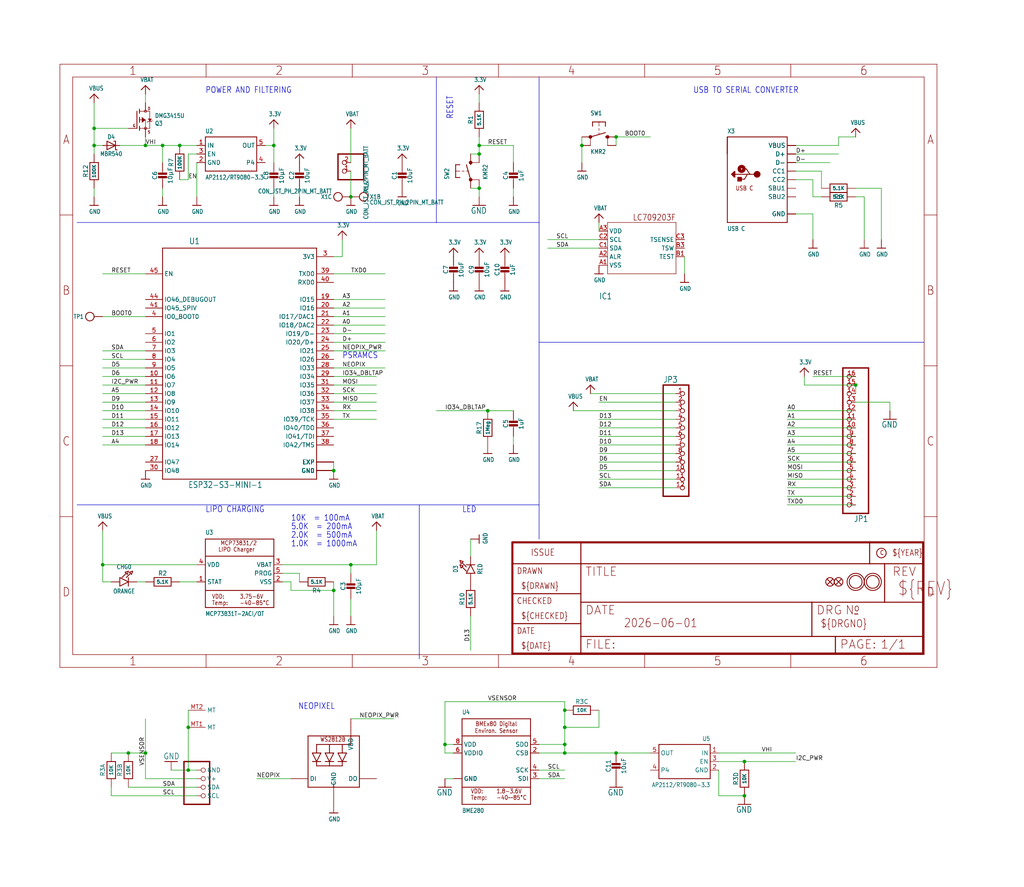
<source format=kicad_sch>
(kicad_sch (version 20231120) (generator "eeschema") (generator_version "8.0")
  (paper "User" 303.962 263.246)
  (junction (at 27.94 43.18))
  (junction (at 81.28 43.18))
  (junction (at 167.64 220.98))
  (junction (at 254 114.3))
  (junction (at 132.08 220.98))
  (junction (at 167.64 210.82))
  (junction (at 142.24 43.18))
  (junction (at 104.14 167.64))
  (junction (at 142.24 55.88))
  (junction (at 220.98 226.06))
  (junction (at 182.88 40.64))
  (junction (at 104.14 58.42))
  (junction (at 99.06 139.7))
  (junction (at 30.48 167.64))
  (junction (at 53.34 43.18))
  (junction (at 27.94 38.1))
  (junction (at 55.88 215.9))
  (junction (at 220.98 236.22))
  (junction (at 142.24 45.72))
  (junction (at 55.88 228.6))
  (junction (at 38.1 223.52))
  (junction (at 43.18 223.52))
  (junction (at 172.72 43.18))
  (junction (at 48.26 43.18))
  (junction (at 144.78 121.92))
  (junction (at 43.18 43.18))
  (junction (at 182.88 223.52))
  (junction (at 167.64 215.9))
  (junction (at 99.06 175.26))
  (junction (at 167.64 223.52))
  (wire (pts (xy 162.56 73.66) (xy 177.8 73.66)) (stroke (width 0.1524)))
  (wire (pts (xy 104.14 177.8) (xy 104.14 182.88)) (stroke (width 0.1524)))
  (wire (pts (xy 264.16 119.38) (xy 264.16 121.92)) (stroke (width 0.1524)))
  (wire (pts (xy 254 116.84) (xy 254 114.3)) (stroke (width 0.1524)))
  (wire (pts (xy 200.66 121.92) (xy 170.18 121.92)) (stroke (width 0.1524)))
  (wire (pts (xy 43.18 132.08) (xy 30.48 132.08)) (stroke (width 0.1524)))
  (wire (pts (xy 78.74 43.18) (xy 81.28 43.18)) (stroke (width 0.1524)))
  (wire (pts (xy 139.7 182.88) (xy 139.7 193.04)) (stroke (width 0.1524)))
  (wire (pts (xy 81.28 48.26) (xy 81.28 43.18)) (stroke (width 0.1524)))
  (wire (pts (xy 43.18 43.18) (xy 48.26 43.18)) (stroke (width 0.1524)))
  (wire (pts (xy 241.3 53.34) (xy 241.3 58.42)) (stroke (width 0.1524)))
  (wire (pts (xy 256.54 58.42) (xy 256.54 71.12)) (stroke (width 0.1524)))
  (wire (pts (xy 200.66 124.46) (xy 177.8 124.46)) (stroke (width 0.1524)))
  (wire (pts (xy 43.18 119.38) (xy 30.48 119.38)) (stroke (width 0.1524)))
  (wire (pts (xy 58.42 233.68) (xy 38.1 233.68)) (stroke (width 0.1524)))
  (polyline (pts (xy 129.54 66.04) (xy 129.54 22.86)) (stroke (width 0.1524) (type solid)))
  (wire (pts (xy 104.14 58.42) (xy 104.14 50.8)) (stroke (width 0.1524)))
  (wire (pts (xy 167.64 208.28) (xy 167.64 210.82)) (stroke (width 0.1524)))
  (wire (pts (xy 160.02 231.14) (xy 167.64 231.14)) (stroke (width 0.1524)))
  (wire (pts (xy 172.72 40.64) (xy 172.72 43.18)) (stroke (width 0.1524)))
  (wire (pts (xy 238.76 111.76) (xy 238.76 114.3)) (stroke (width 0.1524)))
  (wire (pts (xy 152.4 121.92) (xy 144.78 121.92)) (stroke (width 0.1524)))
  (wire (pts (xy 30.48 167.64) (xy 58.42 167.64)) (stroke (width 0.1524)))
  (wire (pts (xy 88.9 170.18) (xy 88.9 172.72)) (stroke (width 0.1524)))
  (wire (pts (xy 99.06 111.76) (xy 111.76 111.76)) (stroke (width 0.1524)))
  (wire (pts (xy 48.26 55.88) (xy 48.26 58.42)) (stroke (width 0.1524)))
  (wire (pts (xy 152.4 58.42) (xy 152.4 55.88)) (stroke (width 0.1524)))
  (wire (pts (xy 104.14 38.1) (xy 104.14 48.26)) (stroke (width 0.1524)))
  (wire (pts (xy 43.18 124.46) (xy 30.48 124.46)) (stroke (width 0.1524)))
  (wire (pts (xy 236.22 43.18) (xy 248.92 43.18)) (stroke (width 0.1524)))
  (wire (pts (xy 139.7 55.88) (xy 142.24 55.88)) (stroke (width 0.1524)))
  (wire (pts (xy 132.08 220.98) (xy 132.08 208.28)) (stroke (width 0.1524)))
  (wire (pts (xy 38.1 38.1) (xy 27.94 38.1)) (stroke (width 0.1524)))
  (wire (pts (xy 30.48 43.18) (xy 27.94 43.18)) (stroke (width 0.1524)))
  (wire (pts (xy 43.18 129.54) (xy 30.48 129.54)) (stroke (width 0.1524)))
  (wire (pts (xy 43.18 81.28) (xy 30.48 81.28)) (stroke (width 0.1524)))
  (wire (pts (xy 104.14 170.18) (xy 104.14 167.64)) (stroke (width 0.1524)))
  (wire (pts (xy 213.36 228.6) (xy 213.36 236.22)) (stroke (width 0.1524)))
  (wire (pts (xy 167.64 223.52) (xy 182.88 223.52)) (stroke (width 0.1524)))
  (polyline (pts (xy 124.46 149.86) (xy 22.86 149.86)) (stroke (width 0.1524) (type solid)))
  (wire (pts (xy 160.02 223.52) (xy 167.64 223.52)) (stroke (width 0.1524)))
  (wire (pts (xy 99.06 104.14) (xy 114.3 104.14)) (stroke (width 0.1524)))
  (wire (pts (xy 43.18 40.64) (xy 43.18 43.18)) (stroke (width 0.1524)))
  (wire (pts (xy 254 111.76) (xy 241.3 111.76)) (stroke (width 0.1524)))
  (wire (pts (xy 243.84 50.8) (xy 243.84 55.88)) (stroke (width 0.1524)))
  (wire (pts (xy 48.26 43.18) (xy 48.26 48.26)) (stroke (width 0.1524)))
  (wire (pts (xy 104.14 213.36) (xy 116.84 213.36)) (stroke (width 0.1524)))
  (wire (pts (xy 81.28 43.18) (xy 81.28 38.1)) (stroke (width 0.1524)))
  (wire (pts (xy 99.06 76.2) (xy 101.6 76.2)) (stroke (width 0.1524)))
  (wire (pts (xy 55.88 228.6) (xy 50.8 228.6)) (stroke (width 0.1524)))
  (wire (pts (xy 55.88 45.72) (xy 58.42 45.72)) (stroke (width 0.1524)))
  (wire (pts (xy 152.4 132.08) (xy 152.4 129.54)) (stroke (width 0.1524)))
  (wire (pts (xy 43.18 116.84) (xy 30.48 116.84)) (stroke (width 0.1524)))
  (wire (pts (xy 33.02 172.72) (xy 30.48 172.72)) (stroke (width 0.1524)))
  (wire (pts (xy 177.8 127) (xy 200.66 127)) (stroke (width 0.1524)))
  (wire (pts (xy 144.78 121.92) (xy 129.54 121.92)) (stroke (width 0.1524)))
  (polyline (pts (xy 160.02 66.04) (xy 129.54 66.04)) (stroke (width 0.1524) (type solid)))
  (polyline (pts (xy 160.02 160.02) (xy 160.02 149.86)) (stroke (width 0.1524) (type solid)))
  (wire (pts (xy 177.8 210.82) (xy 177.8 215.9)) (stroke (width 0.1524)))
  (wire (pts (xy 88.9 55.88) (xy 88.9 58.42)) (stroke (width 0.1524)))
  (wire (pts (xy 203.2 81.28) (xy 203.2 76.2)) (stroke (width 0.1524)))
  (wire (pts (xy 241.3 63.5) (xy 241.3 71.12)) (stroke (width 0.1524)))
  (polyline (pts (xy 160.02 149.86) (xy 160.02 101.6)) (stroke (width 0.1524) (type solid)))
  (wire (pts (xy 132.08 208.28) (xy 167.64 208.28)) (stroke (width 0.1524)))
  (wire (pts (xy 99.06 119.38) (xy 111.76 119.38)) (stroke (width 0.1524)))
  (wire (pts (xy 177.8 132.08) (xy 200.66 132.08)) (stroke (width 0.1524)))
  (wire (pts (xy 99.06 137.16) (xy 99.06 139.7)) (stroke (width 0.1524)))
  (wire (pts (xy 43.18 109.22) (xy 30.48 109.22)) (stroke (width 0.1524)))
  (wire (pts (xy 139.7 165.1) (xy 139.7 160.02)) (stroke (width 0.1524)))
  (wire (pts (xy 30.48 121.92) (xy 43.18 121.92)) (stroke (width 0.1524)))
  (wire (pts (xy 99.06 116.84) (xy 111.76 116.84)) (stroke (width 0.1524)))
  (wire (pts (xy 55.88 210.82) (xy 55.88 215.9)) (stroke (width 0.1524)))
  (wire (pts (xy 177.8 215.9) (xy 167.64 215.9)) (stroke (width 0.1524)))
  (wire (pts (xy 53.34 43.18) (xy 48.26 43.18)) (stroke (width 0.1524)))
  (wire (pts (xy 99.06 93.98) (xy 114.3 93.98)) (stroke (width 0.1524)))
  (wire (pts (xy 58.42 48.26) (xy 58.42 58.42)) (stroke (width 0.1524)))
  (polyline (pts (xy 160.02 149.86) (xy 124.46 149.86)) (stroke (width 0.1524) (type solid)))
  (wire (pts (xy 254 121.92) (xy 233.68 121.92)) (stroke (width 0.1524)))
  (wire (pts (xy 43.18 27.94) (xy 43.18 30.48)) (stroke (width 0.1524)))
  (wire (pts (xy 193.04 223.52) (xy 182.88 223.52)) (stroke (width 0.1524)))
  (wire (pts (xy 99.06 114.3) (xy 111.76 114.3)) (stroke (width 0.1524)))
  (wire (pts (xy 30.48 172.72) (xy 30.48 167.64)) (stroke (width 0.1524)))
  (polyline (pts (xy 160.02 66.04) (xy 160.02 22.86)) (stroke (width 0.1524) (type solid)))
  (wire (pts (xy 30.48 157.48) (xy 30.48 167.64)) (stroke (width 0.1524)))
  (wire (pts (xy 238.76 114.3) (xy 254 114.3)) (stroke (width 0.1524)))
  (wire (pts (xy 38.1 223.52) (xy 43.18 223.52)) (stroke (width 0.1524)))
  (wire (pts (xy 142.24 55.88) (xy 142.24 58.42)) (stroke (width 0.1524)))
  (wire (pts (xy 99.06 91.44) (xy 114.3 91.44)) (stroke (width 0.1524)))
  (wire (pts (xy 182.88 40.64) (xy 193.04 40.64)) (stroke (width 0.1524)))
  (wire (pts (xy 200.66 139.7) (xy 177.8 139.7)) (stroke (width 0.1524)))
  (wire (pts (xy 33.02 236.22) (xy 33.02 233.68)) (stroke (width 0.1524)))
  (wire (pts (xy 27.94 43.18) (xy 27.94 38.1)) (stroke (width 0.1524)))
  (wire (pts (xy 254 127) (xy 233.68 127)) (stroke (width 0.1524)))
  (polyline (pts (xy 124.46 149.86) (xy 124.46 195.58)) (stroke (width 0.1524) (type solid)))
  (wire (pts (xy 134.62 223.52) (xy 132.08 223.52)) (stroke (width 0.1524)))
  (wire (pts (xy 132.08 231.14) (xy 134.62 231.14)) (stroke (width 0.1524)))
  (wire (pts (xy 177.8 134.62) (xy 200.66 134.62)) (stroke (width 0.1524)))
  (wire (pts (xy 254 58.42) (xy 256.54 58.42)) (stroke (width 0.1524)))
  (wire (pts (xy 27.94 45.72) (xy 27.94 43.18)) (stroke (width 0.1524)))
  (wire (pts (xy 99.06 172.72) (xy 99.06 175.26)) (stroke (width 0.1524)))
  (wire (pts (xy 53.34 53.34) (xy 55.88 53.34)) (stroke (width 0.1524)))
  (wire (pts (xy 254 55.88) (xy 261.62 55.88)) (stroke (width 0.1524)))
  (wire (pts (xy 236.22 53.34) (xy 241.3 53.34)) (stroke (width 0.1524)))
  (wire (pts (xy 86.36 172.72) (xy 86.36 175.26)) (stroke (width 0.1524)))
  (wire (pts (xy 233.68 147.32) (xy 254 147.32)) (stroke (width 0.1524)))
  (polyline (pts (xy 22.86 66.04) (xy 129.54 66.04)) (stroke (width 0.1524) (type solid)))
  (wire (pts (xy 254 144.78) (xy 233.68 144.78)) (stroke (width 0.1524)))
  (wire (pts (xy 248.92 43.18) (xy 248.92 40.64)) (stroke (width 0.1524)))
  (wire (pts (xy 30.48 111.76) (xy 43.18 111.76)) (stroke (width 0.1524)))
  (wire (pts (xy 35.56 43.18) (xy 43.18 43.18)) (stroke (width 0.1524)))
  (wire (pts (xy 160.02 228.6) (xy 167.64 228.6)) (stroke (width 0.1524)))
  (wire (pts (xy 99.06 81.28) (xy 114.3 81.28)) (stroke (width 0.1524)))
  (wire (pts (xy 177.8 144.78) (xy 200.66 144.78)) (stroke (width 0.1524)))
  (wire (pts (xy 254 134.62) (xy 233.68 134.62)) (stroke (width 0.1524)))
  (wire (pts (xy 254 137.16) (xy 233.68 137.16)) (stroke (width 0.1524)))
  (wire (pts (xy 233.68 142.24) (xy 254 142.24)) (stroke (width 0.1524)))
  (wire (pts (xy 241.3 63.5) (xy 236.22 63.5)) (stroke (width 0.1524)))
  (wire (pts (xy 43.18 231.14) (xy 58.42 231.14)) (stroke (width 0.1524)))
  (wire (pts (xy 83.82 170.18) (xy 88.9 170.18)) (stroke (width 0.1524)))
  (wire (pts (xy 99.06 88.9) (xy 114.3 88.9)) (stroke (width 0.1524)))
  (wire (pts (xy 132.08 223.52) (xy 132.08 220.98)) (stroke (width 0.1524)))
  (wire (pts (xy 86.36 175.26) (xy 99.06 175.26)) (stroke (width 0.1524)))
  (wire (pts (xy 142.24 40.64) (xy 142.24 43.18)) (stroke (width 0.1524)))
  (wire (pts (xy 55.88 228.6) (xy 58.42 228.6)) (stroke (width 0.1524)))
  (wire (pts (xy 27.94 38.1) (xy 27.94 30.48)) (stroke (width 0.1524)))
  (wire (pts (xy 254 124.46) (xy 233.68 124.46)) (stroke (width 0.1524)))
  (wire (pts (xy 160.02 220.98) (xy 167.64 220.98)) (stroke (width 0.1524)))
  (wire (pts (xy 81.28 55.88) (xy 81.28 58.42)) (stroke (width 0.1524)))
  (wire (pts (xy 172.72 43.18) (xy 172.72 48.26)) (stroke (width 0.1524)))
  (wire (pts (xy 99.06 101.6) (xy 114.3 101.6)) (stroke (width 0.1524)))
  (wire (pts (xy 177.8 119.38) (xy 200.66 119.38)) (stroke (width 0.1524)))
  (wire (pts (xy 241.3 58.42) (xy 243.84 58.42)) (stroke (width 0.1524)))
  (wire (pts (xy 104.14 167.64) (xy 111.76 167.64)) (stroke (width 0.1524)))
  (wire (pts (xy 43.18 114.3) (xy 30.48 114.3)) (stroke (width 0.1524)))
  (wire (pts (xy 99.06 109.22) (xy 114.3 109.22)) (stroke (width 0.1524)))
  (wire (pts (xy 177.8 71.12) (xy 162.56 71.12)) (stroke (width 0.1524)))
  (wire (pts (xy 58.42 236.22) (xy 33.02 236.22)) (stroke (width 0.1524)))
  (wire (pts (xy 200.66 142.24) (xy 177.8 142.24)) (stroke (width 0.1524)))
  (wire (pts (xy 83.82 167.64) (xy 104.14 167.64)) (stroke (width 0.1524)))
  (wire (pts (xy 40.64 172.72) (xy 43.18 172.72)) (stroke (width 0.1524)))
  (wire (pts (xy 99.06 96.52) (xy 114.3 96.52)) (stroke (width 0.1524)))
  (wire (pts (xy 152.4 48.26) (xy 152.4 43.18)) (stroke (width 0.1524)))
  (wire (pts (xy 182.88 40.64) (xy 182.88 43.18)) (stroke (width 0.1524)))
  (wire (pts (xy 86.36 231.14) (xy 76.2 231.14)) (stroke (width 0.1524)))
  (wire (pts (xy 213.36 236.22) (xy 220.98 236.22)) (stroke (width 0.1524)))
  (wire (pts (xy 248.92 40.64) (xy 254 40.64)) (stroke (width 0.1524)))
  (wire (pts (xy 254 139.7) (xy 233.68 139.7)) (stroke (width 0.1524)))
  (wire (pts (xy 175.26 116.84) (xy 200.66 116.84)) (stroke (width 0.1524)))
  (wire (pts (xy 111.76 124.46) (xy 99.06 124.46)) (stroke (width 0.1524)))
  (wire (pts (xy 30.48 127) (xy 43.18 127)) (stroke (width 0.1524)))
  (wire (pts (xy 142.24 27.94) (xy 142.24 30.48)) (stroke (width 0.1524)))
  (wire (pts (xy 236.22 223.52) (xy 213.36 223.52)) (stroke (width 0.1524)))
  (wire (pts (xy 200.66 129.54) (xy 177.8 129.54)) (stroke (width 0.1524)))
  (wire (pts (xy 261.62 55.88) (xy 261.62 71.12)) (stroke (width 0.1524)))
  (wire (pts (xy 220.98 226.06) (xy 213.36 226.06)) (stroke (width 0.1524)))
  (wire (pts (xy 236.22 45.72) (xy 248.92 45.72)) (stroke (width 0.1524)))
  (wire (pts (xy 99.06 99.06) (xy 114.3 99.06)) (stroke (width 0.1524)))
  (wire (pts (xy 55.88 215.9) (xy 55.88 228.6)) (stroke (width 0.1524)))
  (polyline (pts (xy 274.32 101.6) (xy 160.02 101.6)) (stroke (width 0.1524) (type solid)))
  (wire (pts (xy 43.18 106.68) (xy 30.48 106.68)) (stroke (width 0.1524)))
  (wire (pts (xy 101.6 76.2) (xy 101.6 71.12)) (stroke (width 0.1524)))
  (wire (pts (xy 99.06 121.92) (xy 111.76 121.92)) (stroke (width 0.1524)))
  (wire (pts (xy 142.24 43.18) (xy 152.4 43.18)) (stroke (width 0.1524)))
  (wire (pts (xy 254 149.86) (xy 233.68 149.86)) (stroke (width 0.1524)))
  (wire (pts (xy 142.24 45.72) (xy 139.7 45.72)) (stroke (width 0.1524)))
  (wire (pts (xy 99.06 175.26) (xy 99.06 182.88)) (stroke (width 0.1524)))
  (wire (pts (xy 58.42 43.18) (xy 53.34 43.18)) (stroke (width 0.1524)))
  (wire (pts (xy 55.88 53.34) (xy 55.88 45.72)) (stroke (width 0.1524)))
  (wire (pts (xy 233.68 129.54) (xy 254 129.54)) (stroke (width 0.1524)))
  (wire (pts (xy 43.18 223.52) (xy 43.18 213.36)) (stroke (width 0.1524)))
  (wire (pts (xy 134.62 220.98) (xy 132.08 220.98)) (stroke (width 0.1524)))
  (wire (pts (xy 27.94 58.42) (xy 27.94 55.88)) (stroke (width 0.1524)))
  (wire (pts (xy 111.76 157.48) (xy 111.76 167.64)) (stroke (width 0.1524)))
  (wire (pts (xy 220.98 226.06) (xy 236.22 226.06)) (stroke (width 0.1524)))
  (wire (pts (xy 177.8 137.16) (xy 200.66 137.16)) (stroke (width 0.1524)))
  (wire (pts (xy 83.82 172.72) (xy 86.36 172.72)) (stroke (width 0.1524)))
  (wire (pts (xy 33.02 223.52) (xy 38.1 223.52)) (stroke (width 0.1524)))
  (wire (pts (xy 236.22 50.8) (xy 243.84 50.8)) (stroke (width 0.1524)))
  (wire (pts (xy 53.34 172.72) (xy 58.42 172.72)) (stroke (width 0.1524)))
  (wire (pts (xy 43.18 93.98) (xy 30.48 93.98)) (stroke (width 0.1524)))
  (wire (pts (xy 30.48 104.14) (xy 43.18 104.14)) (stroke (width 0.1524)))
  (wire (pts (xy 167.64 210.82) (xy 167.64 215.9)) (stroke (width 0.1524)))
  (wire (pts (xy 167.64 215.9) (xy 167.64 220.98)) (stroke (width 0.1524)))
  (wire (pts (xy 167.64 220.98) (xy 167.64 223.52)) (stroke (width 0.1524)))
  (wire (pts (xy 236.22 48.26) (xy 246.38 48.26)) (stroke (width 0.1524)))
  (polyline (pts (xy 160.02 101.6) (xy 160.02 66.04)) (stroke (width 0.1524) (type solid)))
  (wire (pts (xy 142.24 43.18) (xy 142.24 45.72)) (stroke (width 0.1524)))
  (wire (pts (xy 177.8 66.04) (xy 177.8 68.58)) (stroke (width 0.1524)))
  (wire (pts (xy 43.18 231.14) (xy 43.18 223.52)) (stroke (width 0.1524)))
  (wire (pts (xy 254 132.08) (xy 233.68 132.08)) (stroke (width 0.1524)))
  (wire (pts (xy 254 119.38) (xy 264.16 119.38)) (stroke (width 0.1524)))
  (text "2.0K  = 500mA" (at 86.36 160.02 0) (effects (font (size 1.778 1.5113)) (justify left bottom)))
  (text "POWER AND FILTERING" (at 60.96 27.94 0) (effects (font (size 1.778 1.5113)) (justify left bottom)))
  (text "5.0K  = 200mA" (at 86.36 157.48 0) (effects (font (size 1.778 1.5113)) (justify left bottom)))
  (text "RESET" (at 134.62 35.56 90) (effects (font (size 1.778 1.5113)) (justify left bottom)))
  (text "USB TO SERIAL CONVERTER" (at 205.74 27.94 0) (effects (font (size 1.778 1.5113)) (justify left bottom)))
  (text "LIPO CHARGING" (at 60.96 152.4 0) (effects (font (size 1.778 1.5113)) (justify left bottom)))
  (text "PSRAMCS" (at 101.6 106.68 0) (effects (font (size 1.778 1.5113)) (justify left bottom)))
  (text "1.0K  = 1000mA" (at 86.36 162.56 0) (effects (font (size 1.778 1.5113)) (justify left bottom)))
  (text "LED" (at 137.16 152.4 0) (effects (font (size 1.778 1.5113)) (justify left bottom)))
  (text "NEOPIXEL" (at 93.98 210.82 0) (effects (font (size 1.778 1.5113)) (justify bottom)))
  (text "10K  = 100mA" (at 86.36 154.94 0) (effects (font (size 1.778 1.5113)) (justify left bottom)))
  (label "IO34_DBLTAP" (at 101.6 111.76 0) (effects (font (size 1.2446 1.2446))))
  (label "SCL" (at 33.02 106.68 0) (effects (font (size 1.2446 1.2446))))
  (label "A0" (at 233.68 121.92 0) (effects (font (size 1.2446 1.2446))))
  (label "TX" (at 101.6 124.46 0) (effects (font (size 1.2446 1.2446))))
  (label "MOSI" (at 233.68 139.7 0) (effects (font (size 1.2446 1.2446))))
  (label "TXD0" (at 233.68 149.86 0) (effects (font (size 1.2446 1.2446))))
  (label "A3" (at 101.6 88.9 0) (effects (font (size 1.2446 1.2446))))
  (label "RX" (at 233.68 144.78 0) (effects (font (size 1.2446 1.2446))))
  (label "D12" (at 177.8 127 0) (effects (font (size 1.2446 1.2446))))
  (label "A2" (at 101.6 91.44 0) (effects (font (size 1.2446 1.2446))))
  (label "SCL" (at 165.1 71.12 0) (effects (font (size 1.2446 1.2446))))
  (label "TX" (at 233.68 147.32 0) (effects (font (size 1.2446 1.2446))))
  (label "D5" (at 33.02 109.22 0) (effects (font (size 1.2446 1.2446))))
  (label "NEOPIX" (at 101.6 109.22 0) (effects (font (size 1.2446 1.2446))))
  (label "VHI" (at 226.06 223.52 0) (effects (font (size 1.2446 1.2446))))
  (label "BOOT0" (at 33.02 93.98 0) (effects (font (size 1.2446 1.2446))))
  (label "A5" (at 233.68 134.62 0) (effects (font (size 1.2446 1.2446))))
  (label "D6" (at 177.8 137.16 0) (effects (font (size 1.2446 1.2446))))
  (label "D13" (at 139.7 190.5 90) (effects (font (size 1.2446 1.2446))))
  (label "EN" (at 177.8 119.38 0) (effects (font (size 1.2446 1.2446))))
  (label "I2C_PWR" (at 236.22 226.06 0) (effects (font (size 1.2446 1.2446))))
  (label "SCL" (at 162.56 228.6 0) (effects (font (size 1.2446 1.2446))))
  (label "RESET" (at 33.02 81.28 0) (effects (font (size 1.2446 1.2446))))
  (label "D11" (at 33.02 124.46 0) (effects (font (size 1.2446 1.2446))))
  (label "EN" (at 55.88 53.34 0) (effects (font (size 1.2446 1.2446))))
  (label "RESET" (at 241.3 111.76 0) (effects (font (size 1.2446 1.2446))))
  (label "A4" (at 233.68 132.08 0) (effects (font (size 1.2446 1.2446))))
  (label "RX" (at 101.6 121.92 0) (effects (font (size 1.2446 1.2446))))
  (label "D-" (at 101.6 99.06 0) (effects (font (size 1.2446 1.2446))))
  (label "SCK" (at 101.6 116.84 0) (effects (font (size 1.2446 1.2446))))
  (label "D10" (at 33.02 121.92 0) (effects (font (size 1.2446 1.2446))))
  (label "BOOT0" (at 185.42 40.64 0) (effects (font (size 1.2446 1.2446))))
  (label "D-" (at 236.22 48.26 0) (effects (font (size 1.2446 1.2446))))
  (label "D6" (at 33.02 111.76 0) (effects (font (size 1.2446 1.2446))))
  (label "VSENSOR" (at 144.78 208.28 0) (effects (font (size 1.2446 1.2446))))
  (label "D+" (at 101.6 101.6 0) (effects (font (size 1.2446 1.2446))))
  (label "D+" (at 236.22 45.72 0) (effects (font (size 1.2446 1.2446))))
  (label "TXD0" (at 104.14 81.28 0) (effects (font (size 1.2446 1.2446))))
  (label "A1" (at 233.68 124.46 0) (effects (font (size 1.2446 1.2446))))
  (label "D9" (at 33.02 119.38 0) (effects (font (size 1.2446 1.2446))))
  (label "A0" (at 101.6 96.52 0) (effects (font (size 1.2446 1.2446))))
  (label "SCL" (at 48.26 236.22 0) (effects (font (size 1.2446 1.2446))))
  (label "A5" (at 33.02 116.84 0) (effects (font (size 1.2446 1.2446))))
  (label "IO34_DBLTAP" (at 132.08 121.92 0) (effects (font (size 1.2446 1.2446))))
  (label "VSENSOR" (at 43.18 227.33 90) (effects (font (size 1.2446 1.2446))))
  (label "MISO" (at 101.6 119.38 0) (effects (font (size 1.2446 1.2446))))
  (label "NEOPIX" (at 76.2 231.14 0) (effects (font (size 1.2446 1.2446))))
  (label "D13" (at 177.8 124.46 0) (effects (font (size 1.2446 1.2446))))
  (label "SCL" (at 177.8 142.24 0) (effects (font (size 1.2446 1.2446))))
  (label "SCK" (at 233.68 137.16 0) (effects (font (size 1.2446 1.2446))))
  (label "A3" (at 233.68 129.54 0) (effects (font (size 1.2446 1.2446))))
  (label "NEOPIX_PWR" (at 106.68 213.36 0) (effects (font (size 1.2446 1.2446))))
  (label "D10" (at 177.8 132.08 0) (effects (font (size 1.2446 1.2446))))
  (label "D5" (at 177.8 139.7 0) (effects (font (size 1.2446 1.2446))))
  (label "SDA" (at 177.8 144.78 0) (effects (font (size 1.2446 1.2446))))
  (label "A4" (at 33.02 132.08 0) (effects (font (size 1.2446 1.2446))))
  (label "MOSI" (at 101.6 114.3 0) (effects (font (size 1.2446 1.2446))))
  (label "SDA" (at 162.56 231.14 0) (effects (font (size 1.2446 1.2446))))
  (label "MISO" (at 233.68 142.24 0) (effects (font (size 1.2446 1.2446))))
  (label "D13" (at 33.02 129.54 0) (effects (font (size 1.2446 1.2446))))
  (label "NEOPIX_PWR" (at 101.6 104.14 0) (effects (font (size 1.2446 1.2446))))
  (label "SDA" (at 165.1 73.66 0) (effects (font (size 1.2446 1.2446))))
  (label "A1" (at 101.6 93.98 0) (effects (font (size 1.2446 1.2446))))
  (label "D12" (at 33.02 127 0) (effects (font (size 1.2446 1.2446))))
  (label "RESET" (at 144.78 43.18 0) (effects (font (size 1.2446 1.2446))))
  (label "A2" (at 233.68 127 0) (effects (font (size 1.2446 1.2446))))
  (label "D9" (at 177.8 134.62 0) (effects (font (size 1.2446 1.2446))))
  (label "D11" (at 177.8 129.54 0) (effects (font (size 1.2446 1.2446))))
  (label "I2C_PWR" (at 33.02 114.3 0) (effects (font (size 1.2446 1.2446))))
  (label "VHI" (at 43.18 43.18 0) (effects (font (size 1.2446 1.2446))))
  (label "SDA" (at 48.26 233.68 0) (effects (font (size 1.2446 1.2446))))
  (label "SDA" (at 33.02 104.14 0) (effects (font (size 1.2446 1.2446))))
  (symbol (lib_id "Adafruit ESP32-S3 8MB No PSRAM-eagle-import:CON_JST_PH_2PIN_MT_BATT") (at 104.14 58.42 270) (unit 2)
    (property "Reference" "X1" (at 109.728 58.42 90) (effects (font (size 1.27 1.0795)) (justify left)))
    (property "Value" "CON_JST_PH_2PIN_MT_BATT" (at 109.728 60.071 90) (effects (font (size 1.27 1.0795)) (justify left)))
    (property "Footprint" "Adafruit ESP32-S3 8MB No PSRAM:JSTPH2_BATT" (effects (hide yes)))
  )
  (symbol (lib_id "Adafruit ESP32-S3 8MB No PSRAM-eagle-import:MOUNTINGHOLE2.5") (at 259.08 172.72 0) (unit 1)
    (property "Reference" "U$32" (effects (hide yes)))
    (property "Value" "MOUNTINGHOLE2.5" (effects (hide yes)))
    (property "Footprint" "Adafruit ESP32-S3 8MB No PSRAM:MOUNTINGHOLE_2.5_PLATED" (effects (hide yes)))
  )
  (symbol (lib_id "Adafruit ESP32-S3 8MB No PSRAM-eagle-import:STEMMA_I2C_QTRA") (at 55.88 210.82 0) (unit 3)
    (property "Reference" "CONN1" (effects (hide yes)))
    (property "Value" "STEMMA_I2C_QTRA" (effects (hide yes)))
    (property "Footprint" "Adafruit ESP32-S3 8MB No PSRAM:JST_SH4_RA" (effects (hide yes)))
  )
  (symbol (lib_id "Adafruit ESP32-S3 8MB No PSRAM-eagle-import:RESISTOR_0603_NOOUT") (at 27.94 50.8 90) (unit 1)
    (property "Reference" "R12" (at 25.4 50.8 0))
    (property "Value" "100K" (at 27.94 50.8 0) (effects (font (size 1.016 1.016) (bold yes))))
    (property "Footprint" "Adafruit ESP32-S3 8MB No PSRAM:0603-NO" (effects (hide yes)))
  )
  (symbol (lib_id "Adafruit ESP32-S3 8MB No PSRAM-eagle-import:MCP73831/2") (at 71.12 170.18 0) (unit 1)
    (property "Reference" "U3" (at 60.96 158.75 0) (effects (font (size 1.27 1.0795)) (justify left bottom)))
    (property "Value" "MCP73831T-2ACI/OT" (at 60.96 182.88 0) (effects (font (size 1.27 1.0795)) (justify left bottom)))
    (property "Footprint" "Adafruit ESP32-S3 8MB No PSRAM:SOT23-5" (effects (hide yes)))
  )
  (symbol (lib_id "Adafruit ESP32-S3 8MB No PSRAM-eagle-import:CAP_CERAMIC0603_NO") (at 152.4 53.34 0) (unit 1)
    (property "Reference" "C4" (at 150.11 52.09 90))
    (property "Value" "1uF" (at 154.7 52.09 90))
    (property "Footprint" "Adafruit ESP32-S3 8MB No PSRAM:0603-NO" (effects (hide yes)))
  )
  (symbol (lib_id "Adafruit ESP32-S3 8MB No PSRAM-eagle-import:GND") (at 104.14 185.42 0) (unit 1)
    (property "Reference" "#U$33" (effects (hide yes)))
    (property "Value" "GND" (at 102.616 187.96 0) (effects (font (size 1.27 1.0795)) (justify left bottom)))
  )
  (symbol (lib_id "Adafruit ESP32-S3 8MB No PSRAM-eagle-import:CAP_CERAMIC0805-NOOUTLINE") (at 142.24 81.28 0) (unit 1)
    (property "Reference" "C9" (at 139.95 80.03 90))
    (property "Value" "10uF" (at 144.54 80.03 90))
    (property "Footprint" "Adafruit ESP32-S3 8MB No PSRAM:0805-NO" (effects (hide yes)))
  )
  (symbol (lib_id "Adafruit ESP32-S3 8MB No PSRAM-eagle-import:RESISTOR_4PACK") (at 172.72 210.82 0) (unit 3)
    (property "Reference" "R3" (at 172.72 208.28 0))
    (property "Value" "10K" (at 172.72 210.82 0) (effects (font (size 1.016 1.016) (bold yes))))
    (property "Footprint" "Adafruit ESP32-S3 8MB No PSRAM:RESPACK_4X0603" (effects (hide yes)))
  )
  (symbol (lib_id "Adafruit ESP32-S3 8MB No PSRAM-eagle-import:CON_JST_PH_2PIN_MT_BATT") (at 101.6 48.26 180) (unit 1)
    (property "Reference" "X1" (at 107.95 53.975 90) (effects (font (size 1.27 1.0795)) (justify left bottom)))
    (property "Value" "CON_JST_PH_2PIN_MT_BATT" (at 107.95 43.18 90) (effects (font (size 1.27 1.0795)) (justify left bottom)))
    (property "Footprint" "Adafruit ESP32-S3 8MB No PSRAM:JSTPH2_BATT" (effects (hide yes)))
  )
  (symbol (lib_id "Adafruit ESP32-S3 8MB No PSRAM-eagle-import:RESISTOR_0603_NOOUT") (at 48.26 172.72 0) (unit 1)
    (property "Reference" "R2" (at 48.26 170.18 0))
    (property "Value" "5.1K" (at 48.26 172.72 0) (effects (font (size 1.016 1.016) (bold yes))))
    (property "Footprint" "Adafruit ESP32-S3 8MB No PSRAM:0603-NO" (effects (hide yes)))
  )
  (symbol (lib_id "Adafruit ESP32-S3 8MB No PSRAM-eagle-import:supply1_GND") (at 182.88 233.68 0) (unit 1)
    (property "Reference" "#GND3" (effects (hide yes)))
    (property "Value" "GND" (at 180.34 236.22 0) (effects (font (size 1.778 1.5113)) (justify left bottom)))
  )
  (symbol (lib_id "Adafruit ESP32-S3 8MB No PSRAM-eagle-import:supply1_GND") (at 220.98 238.76 0) (unit 1)
    (property "Reference" "#GND5" (effects (hide yes)))
    (property "Value" "GND" (at 218.44 241.3 0) (effects (font (size 1.778 1.5113)) (justify left bottom)))
  )
  (symbol (lib_id "Adafruit ESP32-S3 8MB No PSRAM-eagle-import:GND") (at 142.24 160.02 90) (unit 1)
    (property "Reference" "#U$8" (effects (hide yes)))
    (property "Value" "GND" (at 144.78 161.544 0) (effects (font (size 1.27 1.0795)) (justify left bottom)))
  )
  (symbol (lib_id "Adafruit ESP32-S3 8MB No PSRAM-eagle-import:GND") (at 152.4 134.62 0) (unit 1)
    (property "Reference" "#U$40" (effects (hide yes)))
    (property "Value" "GND" (at 150.876 137.16 0) (effects (font (size 1.27 1.0795)) (justify left bottom)))
  )
  (symbol (lib_id "Adafruit ESP32-S3 8MB No PSRAM-eagle-import:CAP_CERAMIC0805-NOOUTLINE") (at 134.62 81.28 0) (unit 1)
    (property "Reference" "C7" (at 132.33 80.03 90))
    (property "Value" "10uF" (at 136.92 80.03 90))
    (property "Footprint" "Adafruit ESP32-S3 8MB No PSRAM:0805-NO" (effects (hide yes)))
  )
  (symbol (lib_id "Adafruit ESP32-S3 8MB No PSRAM-eagle-import:3.3V") (at 88.9 45.72 0) (unit 1)
    (property "Reference" "#U$24" (effects (hide yes)))
    (property "Value" "3.3V" (at 87.376 44.704 0) (effects (font (size 1.27 1.0795)) (justify left bottom)))
  )
  (symbol (lib_id "Adafruit ESP32-S3 8MB No PSRAM-eagle-import:STEMMA_I2C_QTRA") (at 58.42 233.68 0) (unit 1)
    (property "Reference" "CONN1" (effects (hide yes)))
    (property "Value" "STEMMA_I2C_QTRA" (effects (hide yes)))
    (property "Footprint" "Adafruit ESP32-S3 8MB No PSRAM:JST_SH4_RA" (effects (hide yes)))
  )
  (symbol (lib_id "Adafruit ESP32-S3 8MB No PSRAM-eagle-import:CAP_CERAMIC0603_NO") (at 149.86 81.28 0) (unit 1)
    (property "Reference" "C10" (at 147.57 80.03 90))
    (property "Value" "1uF" (at 152.16 80.03 90))
    (property "Footprint" "Adafruit ESP32-S3 8MB No PSRAM:0603-NO" (effects (hide yes)))
  )
  (symbol (lib_id "Adafruit ESP32-S3 8MB No PSRAM-eagle-import:BME280") (at 147.32 226.06 0) (unit 1)
    (property "Reference" "U4" (at 137.16 212.09 0) (effects (font (size 1.27 1.0795)) (justify left bottom)))
    (property "Value" "BME280" (at 137.16 241.3 0) (effects (font (size 1.27 1.0795)) (justify left bottom)))
    (property "Footprint" "Adafruit ESP32-S3 8MB No PSRAM:BME280" (effects (hide yes)))
  )
  (symbol (lib_id "Adafruit ESP32-S3 8MB No PSRAM-eagle-import:LED0603_NOOUTLINE") (at 139.7 167.64 90) (unit 1)
    (property "Reference" "D3" (at 135.255 168.91 0) (effects (font (size 1.27 1.0795))))
    (property "Value" "RED" (at 142.494 168.91 0) (effects (font (size 1.27 1.0795))))
    (property "Footprint" "Adafruit ESP32-S3 8MB No PSRAM:CHIPLED_0603_NOOUTLINE" (effects (hide yes)))
  )
  (symbol (lib_id "Adafruit ESP32-S3 8MB No PSRAM-eagle-import:3.3V") (at 81.28 35.56 0) (unit 1)
    (property "Reference" "#U$10" (effects (hide yes)))
    (property "Value" "3.3V" (at 79.756 34.544 0) (effects (font (size 1.27 1.0795)) (justify left bottom)))
  )
  (symbol (lib_id "Adafruit ESP32-S3 8MB No PSRAM-eagle-import:GND") (at 203.2 83.82 0) (unit 1)
    (property "Reference" "#U$50" (effects (hide yes)))
    (property "Value" "GND" (at 201.676 86.36 0) (effects (font (size 1.27 1.0795)) (justify left bottom)))
  )
  (symbol (lib_id "Adafruit ESP32-S3 8MB No PSRAM-eagle-import:LC709203F/MH") (at 190.5 73.66 0) (unit 1)
    (property "Reference" "IC1" (at 177.8 88.9 0) (effects (font (size 1.778 1.5113)) (justify left bottom)))
    (property "Value" "LC709203F/MH" (effects (hide yes)))
    (property "Footprint" "Adafruit ESP32-S3 8MB No PSRAM:WLCSP9" (effects (hide yes)))
  )
  (symbol (lib_id "Adafruit ESP32-S3 8MB No PSRAM-eagle-import:RESISTOR_0603_NOOUT") (at 93.98 172.72 180) (unit 1)
    (property "Reference" "R4" (at 93.98 175.26 0))
    (property "Value" "5.1K" (at 93.98 172.72 0) (effects (font (size 1.016 1.016) (bold yes))))
    (property "Footprint" "Adafruit ESP32-S3 8MB No PSRAM:0603-NO" (effects (hide yes)))
  )
  (symbol (lib_id "Adafruit ESP32-S3 8MB No PSRAM-eagle-import:VBUS") (at 27.94 27.94 0) (unit 1)
    (property "Reference" "#U$3" (effects (hide yes)))
    (property "Value" "VBUS" (at 26.416 26.924 0) (effects (font (size 1.27 1.0795)) (justify left bottom)))
  )
  (symbol (lib_id "Adafruit ESP32-S3 8MB No PSRAM-eagle-import:RESISTOR_0603_NOOUT") (at 248.92 55.88 180) (unit 1)
    (property "Reference" "R8" (at 248.92 58.42 0))
    (property "Value" "5.1K" (at 248.92 55.88 0) (effects (font (size 1.016 1.016) (bold yes))))
    (property "Footprint" "Adafruit ESP32-S3 8MB No PSRAM:0603-NO" (effects (hide yes)))
  )
  (symbol (lib_id "Adafruit ESP32-S3 8MB No PSRAM-eagle-import:LED0603_NOOUTLINE") (at 38.1 172.72 0) (unit 1)
    (property "Reference" "CHG0" (at 36.83 168.275 0) (effects (font (size 1.27 1.0795))))
    (property "Value" "ORANGE" (at 36.83 175.514 0) (effects (font (size 1.27 1.0795))))
    (property "Footprint" "Adafruit ESP32-S3 8MB No PSRAM:CHIPLED_0603_NOOUTLINE" (effects (hide yes)))
  )
  (symbol (lib_id "Adafruit ESP32-S3 8MB No PSRAM-eagle-import:FIDUCIAL_1MM") (at 248.92 172.72 0) (unit 1)
    (property "Reference" "U$34" (effects (hide yes)))
    (property "Value" "FIDUCIAL_1MM" (effects (hide yes)))
    (property "Footprint" "Adafruit ESP32-S3 8MB No PSRAM:FIDUCIAL_1MM" (effects (hide yes)))
  )
  (symbol (lib_id "Adafruit ESP32-S3 8MB No PSRAM-eagle-import:USB_C") (at 226.06 53.34 0) (unit 1)
    (property "Reference" "X3" (at 215.9 39.624 0) (effects (font (size 1.27 1.0795)) (justify left bottom)))
    (property "Value" "USB C" (at 215.9 68.58 0) (effects (font (size 1.27 1.0795)) (justify left bottom)))
    (property "Footprint" "Adafruit ESP32-S3 8MB No PSRAM:USB_C_CUSB31-CFM2AX-01-X" (effects (hide yes)))
  )
  (symbol (lib_id "Adafruit ESP32-S3 8MB No PSRAM-eagle-import:3.3V") (at 238.76 109.22 0) (unit 1)
    (property "Reference" "#U$6" (effects (hide yes)))
    (property "Value" "3.3V" (at 237.236 108.204 0) (effects (font (size 1.27 1.0795)) (justify left bottom)))
  )
  (symbol (lib_id "Adafruit ESP32-S3 8MB No PSRAM-eagle-import:TESTPOINTROUND1.5MMNO") (at 30.48 93.98 90) (unit 1)
    (property "Reference" "TP1" (at 24.892 93.98 90) (effects (font (size 1.27 1.0795)) (justify left)))
    (property "Value" "TESTPOINTROUND1.5MMNO" (effects (hide yes)))
    (property "Footprint" "Adafruit ESP32-S3 8MB No PSRAM:TESTPOINT_ROUND_1.5MM_NO" (effects (hide yes)))
  )
  (symbol (lib_id "Adafruit ESP32-S3 8MB No PSRAM-eagle-import:3.3V") (at 142.24 73.66 0) (unit 1)
    (property "Reference" "#U$43" (effects (hide yes)))
    (property "Value" "3.3V" (at 140.716 72.644 0) (effects (font (size 1.27 1.0795)) (justify left bottom)))
  )
  (symbol (lib_id "Adafruit ESP32-S3 8MB No PSRAM-eagle-import:GND") (at 99.06 142.24 0) (unit 1)
    (property "Reference" "#U$37" (effects (hide yes)))
    (property "Value" "GND" (at 97.536 144.78 0) (effects (font (size 1.27 1.0795)) (justify left bottom)))
  )
  (symbol (lib_id "Adafruit ESP32-S3 8MB No PSRAM-eagle-import:RESISTOR_0603_NOOUT") (at 142.24 35.56 90) (unit 1)
    (property "Reference" "R1" (at 139.7 35.56 0))
    (property "Value" "5.1K" (at 142.24 35.56 0) (effects (font (size 1.016 1.016) (bold yes))))
    (property "Footprint" "Adafruit ESP32-S3 8MB No PSRAM:0603-NO" (effects (hide yes)))
  )
  (symbol (lib_id "Adafruit ESP32-S3 8MB No PSRAM-eagle-import:GND") (at 152.4 60.96 0) (unit 1)
    (property "Reference" "#U$42" (effects (hide yes)))
    (property "Value" "GND" (at 150.876 63.5 0) (effects (font (size 1.27 1.0795)) (justify left bottom)))
  )
  (symbol (lib_id "Adafruit ESP32-S3 8MB No PSRAM-eagle-import:GND") (at 27.94 60.96 0) (unit 1)
    (property "Reference" "#U$25" (effects (hide yes)))
    (property "Value" "GND" (at 26.416 63.5 0) (effects (font (size 1.27 1.0795)) (justify left bottom)))
  )
  (symbol (lib_id "Adafruit ESP32-S3 8MB No PSRAM-eagle-import:CAP_CERAMIC0805-NOOUTLINE") (at 104.14 175.26 0) (unit 1)
    (property "Reference" "C3" (at 101.85 174.01 90))
    (property "Value" "10µF" (at 106.44 174.01 90))
    (property "Footprint" "Adafruit ESP32-S3 8MB No PSRAM:0805-NO" (effects (hide yes)))
  )
  (symbol (lib_id "Adafruit ESP32-S3 8MB No PSRAM-eagle-import:VREG_SOT23-5") (at 68.58 45.72 0) (unit 1)
    (property "Reference" "U2" (at 60.96 39.624 0) (effects (font (size 1.27 1.0795)) (justify left bottom)))
    (property "Value" "AP2112/RT9080-3.3" (at 60.96 53.34 0) (effects (font (size 1.27 1.0795)) (justify left bottom)))
    (property "Footprint" "Adafruit ESP32-S3 8MB No PSRAM:SOT23-5" (effects (hide yes)))
  )
  (symbol (lib_id "Adafruit ESP32-S3 8MB No PSRAM-eagle-import:3.3V") (at 149.86 73.66 0) (unit 1)
    (property "Reference" "#U$44" (effects (hide yes)))
    (property "Value" "3.3V" (at 148.336 72.644 0) (effects (font (size 1.27 1.0795)) (justify left bottom)))
  )
  (symbol (lib_id "Adafruit ESP32-S3 8MB No PSRAM-eagle-import:GND") (at 256.54 73.66 0) (unit 1)
    (property "Reference" "#U$1" (effects (hide yes)))
    (property "Value" "GND" (at 255.016 76.2 0) (effects (font (size 1.27 1.0795)) (justify left bottom)))
  )
  (symbol (lib_id "Adafruit ESP32-S3 8MB No PSRAM-eagle-import:FRAME_A4") (at 152.4 195.58 0) (unit 2)
    (property "Reference" "#FRAME1" (effects (hide yes)))
    (property "Value" "FRAME_A4" (effects (hide yes)))
  )
  (symbol (lib_id "Adafruit ESP32-S3 8MB No PSRAM-eagle-import:GND") (at 261.62 73.66 0) (unit 1)
    (property "Reference" "#U$12" (effects (hide yes)))
    (property "Value" "GND" (at 260.096 76.2 0) (effects (font (size 1.27 1.0795)) (justify left bottom)))
  )
  (symbol (lib_id "Adafruit ESP32-S3 8MB No PSRAM-eagle-import:CAP_CERAMIC0805-NOOUTLINE") (at 81.28 53.34 0) (unit 1)
    (property "Reference" "C8" (at 78.99 52.09 90))
    (property "Value" "10µF" (at 83.58 52.09 90))
    (property "Footprint" "Adafruit ESP32-S3 8MB No PSRAM:0805-NO" (effects (hide yes)))
    (property "REV" "C" (effects (hide yes)))
  )
  (symbol (lib_id "Adafruit ESP32-S3 8MB No PSRAM-eagle-import:VREG_SOT23-5") (at 203.2 226.06 0) (mirror y) (unit 1)
    (property "Reference" "U5" (at 210.82 219.964 0) (effects (font (size 1.27 1.0795)) (justify left bottom)))
    (property "Value" "AP2112/RT9080-3.3" (at 210.82 233.68 0) (effects (font (size 1.27 1.0795)) (justify left bottom)))
    (property "Footprint" "Adafruit ESP32-S3 8MB No PSRAM:SOT23-5" (effects (hide yes)))
  )
  (symbol (lib_id "Adafruit ESP32-S3 8MB No PSRAM-eagle-import:SWITCH_TACT_SMT4.6X2.8") (at 177.8 40.64 0) (unit 1)
    (property "Reference" "SW1" (at 175.26 34.29 0) (effects (font (size 1.27 1.0795)) (justify left bottom)))
    (property "Value" "KMR2" (at 175.26 45.72 0) (effects (font (size 1.27 1.0795)) (justify left bottom)))
    (property "Footprint" "Adafruit ESP32-S3 8MB No PSRAM:BTN_KMR2_4.6X2.8" (effects (hide yes)))
  )
  (symbol (lib_id "Adafruit ESP32-S3 8MB No PSRAM-eagle-import:GND") (at 99.06 241.3 0) (unit 1)
    (property "Reference" "#U$13" (effects (hide yes)))
    (property "Value" "GND" (at 97.536 243.84 0) (effects (font (size 1.27 1.0795)) (justify left bottom)))
  )
  (symbol (lib_id "Adafruit ESP32-S3 8MB No PSRAM-eagle-import:RESISTOR_0603_NOOUT") (at 139.7 177.8 90) (unit 1)
    (property "Reference" "R10" (at 137.16 177.8 0))
    (property "Value" "5.1K" (at 139.7 177.8 0) (effects (font (size 1.016 1.016) (bold yes))))
    (property "Footprint" "Adafruit ESP32-S3 8MB No PSRAM:0603-NO" (effects (hide yes)))
  )
  (symbol (lib_id "Adafruit ESP32-S3 8MB No PSRAM-eagle-import:CAP_CERAMIC_0805MP") (at 182.88 228.6 0) (unit 1)
    (property "Reference" "C11" (at 180.59 227.35 90))
    (property "Value" "10uF" (at 185.18 227.35 90))
    (property "Footprint" "Adafruit ESP32-S3 8MB No PSRAM:_0805MP" (effects (hide yes)))
  )
  (symbol (lib_id "Adafruit ESP32-S3 8MB No PSRAM-eagle-import:DIODE-SCHOTTKYSOD-123") (at 33.02 43.18 0) (unit 1)
    (property "Reference" "D4" (at 33.02 40.64 0) (effects (font (size 1.27 1.0795))))
    (property "Value" "MBR540" (at 33.02 45.68 0) (effects (font (size 1.27 1.0795))))
    (property "Footprint" "Adafruit ESP32-S3 8MB No PSRAM:SOD-123" (effects (hide yes)))
  )
  (symbol (lib_id "Adafruit ESP32-S3 8MB No PSRAM-eagle-import:CAP_CERAMIC0805-NOOUTLINE") (at 88.9 53.34 0) (unit 1)
    (property "Reference" "C2" (at 86.61 52.09 90))
    (property "Value" "10uF" (at 91.2 52.09 90))
    (property "Footprint" "Adafruit ESP32-S3 8MB No PSRAM:0805-NO" (effects (hide yes)))
  )
  (symbol (lib_id "Adafruit ESP32-S3 8MB No PSRAM-eagle-import:RESISTOR_0603_NOOUT") (at 144.78 127 90) (unit 1)
    (property "Reference" "R17" (at 142.24 127 0))
    (property "Value" "1Meg" (at 144.78 127 0) (effects (font (size 1.016 1.016) (bold yes))))
    (property "Footprint" "Adafruit ESP32-S3 8MB No PSRAM:0603-NO" (effects (hide yes)))
  )
  (symbol (lib_id "Adafruit ESP32-S3 8MB No PSRAM-eagle-import:VBAT") (at 177.8 63.5 0) (unit 1)
    (property "Reference" "#U$18" (effects (hide yes)))
    (property "Value" "VBAT" (at 176.276 62.484 0) (effects (font (size 1.27 1.0795)) (justify left bottom)))
  )
  (symbol (lib_id "Adafruit ESP32-S3 8MB No PSRAM-eagle-import:GND") (at 177.8 81.28 0) (unit 1)
    (property "Reference" "#U$48" (effects (hide yes)))
    (property "Value" "GND" (at 176.276 83.82 0) (effects (font (size 1.27 1.0795)) (justify left bottom)))
  )
  (symbol (lib_id "Adafruit ESP32-S3 8MB No PSRAM-eagle-import:RESISTOR_4PACK") (at 220.98 231.14 90) (unit 4)
    (property "Reference" "R3" (at 218.44 231.14 0))
    (property "Value" "10K" (at 220.98 231.14 0) (effects (font (size 1.016 1.016) (bold yes))))
    (property "Footprint" "Adafruit ESP32-S3 8MB No PSRAM:RESPACK_4X0603" (effects (hide yes)))
  )
  (symbol (lib_id "Adafruit ESP32-S3 8MB No PSRAM-eagle-import:GND") (at 119.38 58.42 0) (unit 1)
    (property "Reference" "#U$4" (effects (hide yes)))
    (property "Value" "GND" (at 117.856 60.96 0) (effects (font (size 1.27 1.0795)) (justify left bottom)))
  )
  (symbol (lib_id "Adafruit ESP32-S3 8MB No PSRAM-eagle-import:supply1_GND") (at 142.24 60.96 0) (unit 1)
    (property "Reference" "#GND6" (effects (hide yes)))
    (property "Value" "GND" (at 139.7 63.5 0) (effects (font (size 1.778 1.5113)) (justify left bottom)))
  )
  (symbol (lib_id "Adafruit ESP32-S3 8MB No PSRAM-eagle-import:GND") (at 43.18 142.24 0) (unit 1)
    (property "Reference" "#U$7" (effects (hide yes)))
    (property "Value" "GND" (at 41.656 144.78 0) (effects (font (size 1.27 1.0795)) (justify left bottom)))
  )
  (symbol (lib_id "Adafruit ESP32-S3 8MB No PSRAM-eagle-import:GND") (at 144.78 134.62 0) (unit 1)
    (property "Reference" "#U$26" (effects (hide yes)))
    (property "Value" "GND" (at 143.256 137.16 0) (effects (font (size 1.27 1.0795)) (justify left bottom)))
  )
  (symbol (lib_id "Adafruit ESP32-S3 8MB No PSRAM-eagle-import:GND") (at 48.26 60.96 0) (unit 1)
    (property "Reference" "#U$27" (effects (hide yes)))
    (property "Value" "GND" (at 46.736 63.5 0) (effects (font (size 1.27 1.0795)) (justify left bottom)))
  )
  (symbol (lib_id "Adafruit ESP32-S3 8MB No PSRAM-eagle-import:RESISTOR_4PACK") (at 33.02 228.6 90) (unit 1)
    (property "Reference" "R3" (at 30.48 228.6 0))
    (property "Value" "10K" (at 33.02 228.6 0) (effects (font (size 1.016 1.016) (bold yes))))
    (property "Footprint" "Adafruit ESP32-S3 8MB No PSRAM:RESPACK_4X0603" (effects (hide yes)))
  )
  (symbol (lib_id "Adafruit ESP32-S3 8MB No PSRAM-eagle-import:GND") (at 149.86 86.36 0) (unit 1)
    (property "Reference" "#U$47" (effects (hide yes)))
    (property "Value" "GND" (at 148.336 88.9 0) (effects (font (size 1.27 1.0795)) (justify left bottom)))
  )
  (symbol (lib_id "Adafruit ESP32-S3 8MB No PSRAM-eagle-import:ESP32-S3-MINI-1") (at 71.12 106.68 0) (unit 1)
    (property "Reference" "U1" (at 56.0841 72.5455 0) (effects (font (size 1.778 1.5113)) (justify left bottom)))
    (property "Value" "ESP32-S3-MINI-1" (at 55.8333 144.8881 0) (effects (font (size 1.778 1.5113)) (justify left bottom)))
    (property "Footprint" "Adafruit ESP32-S3 8MB No PSRAM:QFN60_ESP32-S2-MINI-1_EXP" (effects (hide yes)))
  )
  (symbol (lib_id "Adafruit ESP32-S3 8MB No PSRAM-eagle-import:STEMMA_I2C_QTRA") (at 55.88 215.9 0) (unit 2)
    (property "Reference" "CONN1" (effects (hide yes)))
    (property "Value" "STEMMA_I2C_QTRA" (effects (hide yes)))
    (property "Footprint" "Adafruit ESP32-S3 8MB No PSRAM:JST_SH4_RA" (effects (hide yes)))
  )
  (symbol (lib_id "Adafruit ESP32-S3 8MB No PSRAM-eagle-import:GND") (at 88.9 60.96 0) (unit 1)
    (property "Reference" "#U$17" (effects (hide yes)))
    (property "Value" "GND" (at 87.376 63.5 0) (effects (font (size 1.27 1.0795)) (justify left bottom)))
  )
  (symbol (lib_id "Adafruit ESP32-S3 8MB No PSRAM-eagle-import:VBUS") (at 30.48 154.94 0) (unit 1)
    (property "Reference" "#U$38" (effects (hide yes)))
    (property "Value" "VBUS" (at 28.956 153.924 0) (effects (font (size 1.27 1.0795)) (justify left bottom)))
  )
  (symbol (lib_id "Adafruit ESP32-S3 8MB No PSRAM-eagle-import:VBAT") (at 104.14 35.56 0) (unit 1)
    (property "Reference" "#U$16" (effects (hide yes)))
    (property "Value" "VBAT" (at 102.616 34.544 0) (effects (font (size 1.27 1.0795)) (justify left bottom)))
  )
  (symbol (lib_id "Adafruit ESP32-S3 8MB No PSRAM-eagle-import:FIDUCIAL_1MM") (at 246.38 172.72 0) (unit 1)
    (property "Reference" "U$35" (effects (hide yes)))
    (property "Value" "FIDUCIAL_1MM" (effects (hide yes)))
    (property "Footprint" "Adafruit ESP32-S3 8MB No PSRAM:FIDUCIAL_1MM" (effects (hide yes)))
  )
  (symbol (lib_id "Adafruit ESP32-S3 8MB No PSRAM-eagle-import:FRAME_A4") (at 17.78 198.12 0) (unit 1)
    (property "Reference" "#FRAME1" (effects (hide yes)))
    (property "Value" "FRAME_A4" (effects (hide yes)))
  )
  (symbol (lib_id "Adafruit ESP32-S3 8MB No PSRAM-eagle-import:VBAT") (at 175.26 114.3 0) (unit 1)
    (property "Reference" "#U$20" (effects (hide yes)))
    (property "Value" "VBAT" (at 173.736 113.284 0) (effects (font (size 1.27 1.0795)) (justify left bottom)))
  )
  (symbol (lib_id "Adafruit ESP32-S3 8MB No PSRAM-eagle-import:VBAT") (at 43.18 25.4 0) (unit 1)
    (property "Reference" "#U$21" (effects (hide yes)))
    (property "Value" "VBAT" (at 41.656 24.384 0) (effects (font (size 1.27 1.0795)) (justify left bottom)))
  )
  (symbol (lib_id "Adafruit ESP32-S3 8MB No PSRAM-eagle-import:RESISTOR_0603_NOOUT") (at 248.92 58.42 180) (unit 1)
    (property "Reference" "R5" (at 248.92 60.96 0))
    (property "Value" "5.1K" (at 248.92 58.42 0) (effects (font (size 1.016 1.016) (bold yes))))
    (property "Footprint" "Adafruit ESP32-S3 8MB No PSRAM:0603-NO" (effects (hide yes)))
  )
  (symbol (lib_id "Adafruit ESP32-S3 8MB No PSRAM-eagle-import:3.3V") (at 134.62 73.66 0) (unit 1)
    (property "Reference" "#U$41" (effects (hide yes)))
    (property "Value" "3.3V" (at 133.096 72.644 0) (effects (font (size 1.27 1.0795)) (justify left bottom)))
  )
  (symbol (lib_id "Adafruit ESP32-S3 8MB No PSRAM-eagle-import:GND") (at 104.14 60.96 0) (unit 1)
    (property "Reference" "#U$22" (effects (hide yes)))
    (property "Value" "GND" (at 102.616 63.5 0) (effects (font (size 1.27 1.0795)) (justify left bottom)))
  )
  (symbol (lib_id "Adafruit ESP32-S3 8MB No PSRAM-eagle-import:CAP_CERAMIC0603_NO") (at 152.4 127 0) (unit 1)
    (property "Reference" "C5" (at 150.11 125.75 90))
    (property "Value" "1uF" (at 154.7 125.75 90))
    (property "Footprint" "Adafruit ESP32-S3 8MB No PSRAM:0603-NO" (effects (hide yes)))
  )
  (symbol (lib_id "Adafruit ESP32-S3 8MB No PSRAM-eagle-import:MOUNTINGHOLE2.5") (at 254 172.72 0) (unit 1)
    (property "Reference" "U$31" (effects (hide yes)))
    (property "Value" "MOUNTINGHOLE2.5" (effects (hide yes)))
    (property "Footprint" "Adafruit ESP32-S3 8MB No PSRAM:MOUNTINGHOLE_2.5_PLATED" (effects (hide yes)))
  )
  (symbol (lib_id "Adafruit ESP32-S3 8MB No PSRAM-eagle-import:3.3V") (at 142.24 25.4 0) (unit 1)
    (property "Reference" "#U$5" (effects (hide yes)))
    (property "Value" "3.3V" (at 140.716 24.384 0) (effects (font (size 1.27 1.0795)) (justify left bottom)))
  )
  (symbol (lib_id "Adafruit ESP32-S3 8MB No PSRAM-eagle-import:VBUS") (at 254 38.1 0) (unit 1)
    (property "Reference" "#U$28" (effects (hide yes)))
    (property "Value" "VBUS" (at 252.476 37.084 0) (effects (font (size 1.27 1.0795)) (justify left bottom)))
  )
  (symbol (lib_id "Adafruit ESP32-S3 8MB No PSRAM-eagle-import:HEADER-1X12") (at 203.2 132.08 0) (unit 1)
    (property "Reference" "JP3" (at 196.85 113.665 0) (effects (font (size 1.778 1.5113)) (justify left bottom)))
    (property "Value" "HEADER-1X12" (effects (hide yes)))
    (property "Footprint" "Adafruit ESP32-S3 8MB No PSRAM:1X12_ROUND" (effects (hide yes)))
  )
  (symbol (lib_id "Adafruit ESP32-S3 8MB No PSRAM-eagle-import:supply1_GND") (at 132.08 233.68 0) (unit 1)
    (property "Reference" "#GND2" (effects (hide yes)))
    (property "Value" "GND" (at 129.54 236.22 0) (effects (font (size 1.778 1.5113)) (justify left bottom)))
  )
  (symbol (lib_id "Adafruit ESP32-S3 8MB No PSRAM-eagle-import:SWITCH_TACT_SMT4.6X2.8") (at 139.7 50.8 90) (unit 1)
    (property "Reference" "SW2" (at 133.35 53.34 0) (effects (font (size 1.27 1.0795)) (justify left bottom)))
    (property "Value" "KMR2" (at 144.78 53.34 0) (effects (font (size 1.27 1.0795)) (justify left bottom)))
    (property "Footprint" "Adafruit ESP32-S3 8MB No PSRAM:BTN_KMR2_4.6X2.8" (effects (hide yes)))
  )
  (symbol (lib_id "Adafruit ESP32-S3 8MB No PSRAM-eagle-import:3.3V") (at 101.6 68.58 0) (unit 1)
    (property "Reference" "#U$11" (effects (hide yes)))
    (property "Value" "3.3V" (at 100.076 67.564 0) (effects (font (size 1.27 1.0795)) (justify left bottom)))
  )
  (symbol (lib_id "Adafruit ESP32-S3 8MB No PSRAM-eagle-import:VBUS") (at 170.18 119.38 0) (unit 1)
    (property "Reference" "#U$19" (effects (hide yes)))
    (property "Value" "VBUS" (at 168.656 118.364 0) (effects (font (size 1.27 1.0795)) (justify left bottom)))
  )
  (symbol (lib_id "Adafruit ESP32-S3 8MB No PSRAM-eagle-import:supply1_GND") (at 50.8 226.06 180) (unit 1)
    (property "Reference" "#GND1" (effects (hide yes)))
    (property "Value" "GND" (at 53.34 223.52 0) (effects (font (size 1.778 1.5113)) (justify left bottom)))
  )
  (symbol (lib_id "Adafruit ESP32-S3 8MB No PSRAM-eagle-import:GND") (at 99.06 185.42 0) (unit 1)
    (property "Reference" "#U$36" (effects (hide yes)))
    (property "Value" "GND" (at 97.536 187.96 0) (effects (font (size 1.27 1.0795)) (justify left bottom)))
  )
  (symbol (lib_id "Adafruit ESP32-S3 8MB No PSRAM-eagle-import:CAP_CERAMIC0805-NOOUTLINE") (at 48.26 53.34 0) (unit 1)
    (property "Reference" "C6" (at 45.97 52.09 90))
    (property "Value" "10µF" (at 50.56 52.09 90))
    (property "Footprint" "Adafruit ESP32-S3 8MB No PSRAM:0805-NO" (effects (hide yes)))
  )
  (symbol (lib_id "Adafruit ESP32-S3 8MB No PSRAM-eagle-import:GND") (at 81.28 60.96 0) (unit 1)
    (property "Reference" "#U$29" (effects (hide yes)))
    (property "Value" "GND" (at 79.756 63.5 0) (effects (font (size 1.27 1.0795)) (justify left bottom)))
  )
  (symbol (lib_id "Adafruit ESP32-S3 8MB No PSRAM-eagle-import:GND") (at 58.42 60.96 0) (unit 1)
    (property "Reference" "#U$30" (effects (hide yes)))
    (property "Value" "GND" (at 56.896 63.5 0) (effects (font (size 1.27 1.0795)) (justify left bottom)))
  )
  (symbol (lib_id "Adafruit ESP32-S3 8MB No PSRAM-eagle-import:HEADER-1X16ROUND") (at 251.46 132.08 180) (unit 1)
    (property "Reference" "JP1" (at 257.81 153.035 0) (effects (font (size 1.778 1.5113)) (justify left bottom)))
    (property "Value" "HEADER-1X16ROUND" (effects (hide yes)))
    (property "Footprint" "Adafruit ESP32-S3 8MB No PSRAM:1X16_ROUND" (effects (hide yes)))
  )
  (symbol (lib_id "Adafruit ESP32-S3 8MB No PSRAM-eagle-import:CON_JST_PH_2PIN_MT_BATT") (at 104.14 58.42 90) (unit 3)
    (property "Reference" "X1" (at 98.552 58.42 90) (effects (font (size 1.27 1.0795)) (justify left)))
    (property "Value" "CON_JST_PH_2PIN_MT_BATT" (at 98.552 56.769 90) (effects (font (size 1.27 1.0795)) (justify left)))
    (property "Footprint" "Adafruit ESP32-S3 8MB No PSRAM:JSTPH2_BATT" (effects (hide yes)))
  )
  (symbol (lib_id "Adafruit ESP32-S3 8MB No PSRAM-eagle-import:VBAT") (at 111.76 154.94 0) (unit 1)
    (property "Reference" "#U$39" (effects (hide yes)))
    (property "Value" "VBAT" (at 110.236 153.924 0) (effects (font (size 1.27 1.0795)) (justify left bottom)))
  )
  (symbol (lib_id "Adafruit ESP32-S3 8MB No PSRAM-eagle-import:MOSFET-P") (at 43.18 35.56 0) (mirror x) (unit 1)
    (property "Reference" "Q3" (at 45.974 35.941 0) (effects (font (size 1.27 1.0795)) (justify left bottom)))
    (property "Value" "DMG3415U" (at 45.974 33.655 0) (effects (font (size 1.27 1.0795)) (justify left bottom)))
    (property "Footprint" "Adafruit ESP32-S3 8MB No PSRAM:SOT23-R" (effects (hide yes)))
  )
  (symbol (lib_id "Adafruit ESP32-S3 8MB No PSRAM-eagle-import:GND") (at 172.72 50.8 0) (unit 1)
    (property "Reference" "#U$51" (effects (hide yes)))
    (property "Value" "GND" (at 171.196 53.34 0) (effects (font (size 1.27 1.0795)) (justify left bottom)))
  )
  (symbol (lib_id "Adafruit ESP32-S3 8MB No PSRAM-eagle-import:GND") (at 134.62 86.36 0) (unit 1)
    (property "Reference" "#U$45" (effects (hide yes)))
    (property "Value" "GND" (at 133.096 88.9 0) (effects (font (size 1.27 1.0795)) (justify left bottom)))
  )
  (symbol (lib_id "Adafruit ESP32-S3 8MB No PSRAM-eagle-import:supply1_GND") (at 264.16 124.46 0) (unit 1)
    (property "Reference" "#GND4" (effects (hide yes)))
    (property "Value" "GND" (at 261.62 127 0) (effects (font (size 1.778 1.5113)) (justify left bottom)))
  )
  (symbol (lib_id "Adafruit ESP32-S3 8MB No PSRAM-eagle-import:RESISTOR_0603_NOOUT") (at 53.34 48.26 90) (unit 1)
    (property "Reference" "R7" (at 50.8 48.26 0))
    (property "Value" "100K" (at 53.34 48.26 0) (effects (font (size 1.016 1.016) (bold yes))))
    (property "Footprint" "Adafruit ESP32-S3 8MB No PSRAM:0603-NO" (effects (hide yes)))
  )
  (symbol (lib_id "Adafruit ESP32-S3 8MB No PSRAM-eagle-import:GND") (at 142.24 86.36 0) (unit 1)
    (property "Reference" "#U$46" (effects (hide yes)))
    (property "Value" "GND" (at 140.716 88.9 0) (effects (font (size 1.27 1.0795)) (justify left bottom)))
  )
  (symbol (lib_id "Adafruit ESP32-S3 8MB No PSRAM-eagle-import:GND") (at 241.3 73.66 0) (unit 1)
    (property "Reference" "#U$23" (effects (hide yes)))
    (property "Value" "GND" (at 239.776 76.2 0) (effects (font (size 1.27 1.0795)) (justify left bottom)))
  )
  (symbol (lib_id "Adafruit ESP32-S3 8MB No PSRAM-eagle-import:RESISTOR_4PACK") (at 38.1 228.6 90) (unit 2)
    (property "Reference" "R3" (at 35.56 228.6 0))
    (property "Value" "10K" (at 38.1 228.6 0) (effects (font (size 1.016 1.016) (bold yes))))
    (property "Footprint" "Adafruit ESP32-S3 8MB No PSRAM:RESPACK_4X0603" (effects (hide yes)))
  )
  (symbol (lib_id "Adafruit ESP32-S3 8MB No PSRAM-eagle-import:WS2812B_SK6805_1515") (at 99.06 228.6 0) (unit 1)
    (property "Reference" "LED1" (effects (hide yes)))
    (property "Value" "WS2812B_SK6805_1515" (effects (hide yes)))
    (property "Footprint" "Adafruit ESP32-S3 8MB No PSRAM:SK6805_1515" (effects (hide yes)))
  )
  (symbol (lib_id "Adafruit ESP32-S3 8MB No PSRAM-eagle-import:CAP_CERAMIC0805-NOOUTLINE") (at 119.38 53.34 0) (unit 1)
    (property "Reference" "C1" (at 117.09 52.09 90))
    (property "Value" "10uF" (at 121.68 52.09 90))
    (property "Footprint" "Adafruit ESP32-S3 8MB No PSRAM:0805-NO" (effects (hide yes)))
  )
  (symbol (lib_id "Adafruit ESP32-S3 8MB No PSRAM-eagle-import:3.3V") (at 119.38 45.72 0) (unit 1)
    (property "Reference" "#U$2" (effects (hide yes)))
    (property "Value" "3.3V" (at 117.856 44.704 0) (effects (font (size 1.27 1.0795)) (justify left bottom)))
  )
)
</source>
